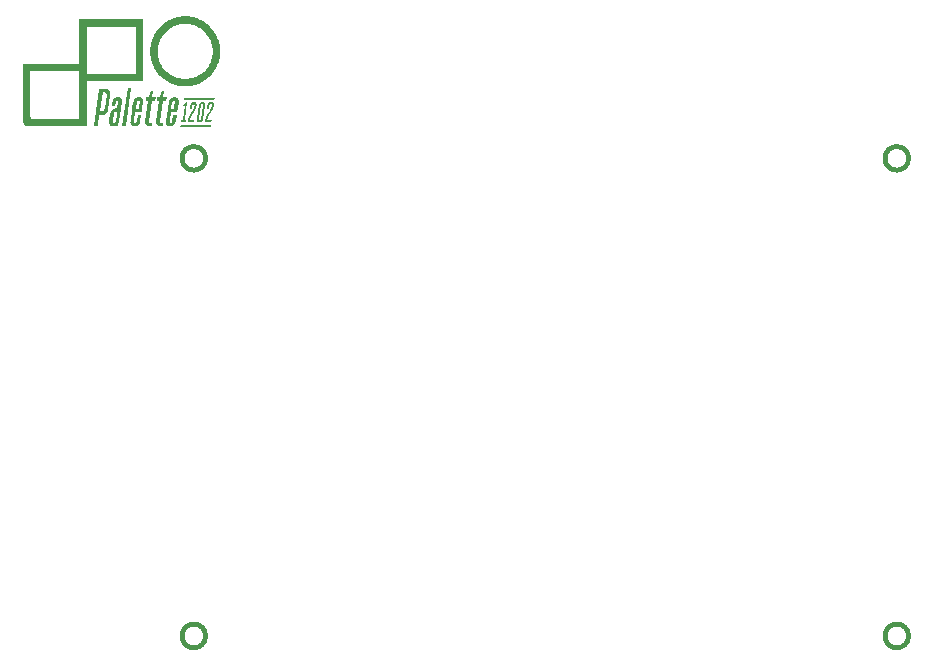
<source format=gto>
G04 #@! TF.GenerationSoftware,KiCad,Pcbnew,(5.1.4-0-10_14)*
G04 #@! TF.CreationDate,2019-11-24T20:30:42+09:00*
G04 #@! TF.ProjectId,palette1202-COM_front,70616c65-7474-4653-9132-30322d434f4d,rev?*
G04 #@! TF.SameCoordinates,Original*
G04 #@! TF.FileFunction,Legend,Top*
G04 #@! TF.FilePolarity,Positive*
%FSLAX46Y46*%
G04 Gerber Fmt 4.6, Leading zero omitted, Abs format (unit mm)*
G04 Created by KiCad (PCBNEW (5.1.4-0-10_14)) date 2019-11-24 20:30:42*
%MOMM*%
%LPD*%
G04 APERTURE LIST*
%ADD10C,0.100000*%
%ADD11C,0.400000*%
G04 APERTURE END LIST*
D10*
G36*
X101458777Y-65817625D02*
G01*
X101481797Y-65818839D01*
X101503972Y-65820866D01*
X101525314Y-65823712D01*
X101545834Y-65827379D01*
X101565544Y-65831872D01*
X101584456Y-65837194D01*
X101602581Y-65843349D01*
X101619930Y-65850342D01*
X101636516Y-65858175D01*
X101652351Y-65866854D01*
X101667445Y-65876381D01*
X101681810Y-65886761D01*
X101695458Y-65897997D01*
X101708401Y-65910094D01*
X101720650Y-65923055D01*
X101732030Y-65936356D01*
X101742360Y-65950459D01*
X101751643Y-65965361D01*
X101759884Y-65981057D01*
X101767086Y-65997544D01*
X101773253Y-66014817D01*
X101778389Y-66032874D01*
X101782497Y-66051709D01*
X101785583Y-66071320D01*
X101787650Y-66091701D01*
X101788700Y-66112851D01*
X101788740Y-66134763D01*
X101787771Y-66157436D01*
X101785799Y-66180864D01*
X101782827Y-66205044D01*
X101778859Y-66229971D01*
X101707421Y-66700930D01*
X101705850Y-66700916D01*
X101649212Y-67081931D01*
X101125338Y-67081931D01*
X101016859Y-67833347D01*
X101015750Y-67843114D01*
X101014905Y-67852570D01*
X101014324Y-67861717D01*
X101014006Y-67870554D01*
X101013952Y-67879080D01*
X101014161Y-67887297D01*
X101014634Y-67895203D01*
X101015371Y-67902800D01*
X101016371Y-67910086D01*
X101017634Y-67917062D01*
X101019161Y-67923729D01*
X101020952Y-67930085D01*
X101023006Y-67936131D01*
X101025324Y-67941867D01*
X101027905Y-67947293D01*
X101030750Y-67952409D01*
X101033858Y-67957215D01*
X101037230Y-67961711D01*
X101040865Y-67965897D01*
X101044764Y-67969772D01*
X101048927Y-67973338D01*
X101053353Y-67976594D01*
X101058043Y-67979539D01*
X101062996Y-67982175D01*
X101068212Y-67984500D01*
X101073693Y-67986515D01*
X101079437Y-67988221D01*
X101085444Y-67989616D01*
X101091715Y-67990701D01*
X101098249Y-67991476D01*
X101105047Y-67991941D01*
X101112109Y-67992096D01*
X101119202Y-67991941D01*
X101126094Y-67991476D01*
X101132787Y-67990701D01*
X101139281Y-67989616D01*
X101145577Y-67988221D01*
X101151677Y-67986516D01*
X101157581Y-67984500D01*
X101163290Y-67982175D01*
X101168805Y-67979539D01*
X101174128Y-67976594D01*
X101179258Y-67973338D01*
X101184198Y-67969773D01*
X101188948Y-67965897D01*
X101193509Y-67961711D01*
X101197882Y-67957215D01*
X101202068Y-67952409D01*
X101206068Y-67947293D01*
X101209882Y-67941867D01*
X101216961Y-67930085D01*
X101223310Y-67917063D01*
X101228939Y-67902800D01*
X101233855Y-67887297D01*
X101238065Y-67870554D01*
X101241578Y-67852571D01*
X101244401Y-67833347D01*
X101321129Y-67309473D01*
X101617463Y-67309473D01*
X101540734Y-67833347D01*
X101536423Y-67860724D01*
X101531421Y-67887292D01*
X101525723Y-67913045D01*
X101519319Y-67937981D01*
X101512201Y-67962095D01*
X101504363Y-67985384D01*
X101495797Y-68007843D01*
X101486494Y-68029469D01*
X101476446Y-68050258D01*
X101465647Y-68070206D01*
X101454089Y-68089309D01*
X101441763Y-68107563D01*
X101428661Y-68124964D01*
X101414777Y-68141509D01*
X101400102Y-68157194D01*
X101384629Y-68172014D01*
X101368506Y-68185966D01*
X101351887Y-68199045D01*
X101334772Y-68211249D01*
X101317161Y-68222573D01*
X101299053Y-68233014D01*
X101280450Y-68242567D01*
X101261350Y-68251228D01*
X101241754Y-68258995D01*
X101221663Y-68265862D01*
X101201075Y-68271826D01*
X101179991Y-68276883D01*
X101158411Y-68281030D01*
X101136334Y-68284261D01*
X101113762Y-68286575D01*
X101090694Y-68287965D01*
X101067130Y-68288430D01*
X101043253Y-68287996D01*
X101020233Y-68286693D01*
X100998058Y-68284523D01*
X100976716Y-68281484D01*
X100956196Y-68277578D01*
X100936486Y-68272803D01*
X100917575Y-68267160D01*
X100899450Y-68260649D01*
X100882100Y-68253269D01*
X100865514Y-68245022D01*
X100849680Y-68235906D01*
X100834586Y-68225922D01*
X100820220Y-68215070D01*
X100806572Y-68203350D01*
X100793629Y-68190761D01*
X100781379Y-68177305D01*
X100770435Y-68163012D01*
X100760425Y-68147916D01*
X100751352Y-68132023D01*
X100743221Y-68115334D01*
X100736036Y-68097855D01*
X100729801Y-68079590D01*
X100724519Y-68060541D01*
X100720194Y-68040714D01*
X100716831Y-68020111D01*
X100714432Y-67998737D01*
X100713003Y-67976595D01*
X100712546Y-67953691D01*
X100713066Y-67930026D01*
X100714567Y-67905606D01*
X100717052Y-67880434D01*
X100720525Y-67854514D01*
X100877899Y-66782951D01*
X101167672Y-66782951D01*
X101395213Y-66782951D01*
X101411090Y-66679763D01*
X101414015Y-66679867D01*
X101482525Y-66248493D01*
X101484325Y-66239718D01*
X101485755Y-66231253D01*
X101486822Y-66223099D01*
X101487528Y-66215254D01*
X101487878Y-66207720D01*
X101487875Y-66200495D01*
X101487523Y-66193581D01*
X101486826Y-66186977D01*
X101485788Y-66180683D01*
X101484413Y-66174699D01*
X101482704Y-66169025D01*
X101480666Y-66163661D01*
X101478303Y-66158607D01*
X101475618Y-66153863D01*
X101472615Y-66149429D01*
X101469298Y-66145305D01*
X101465762Y-66141461D01*
X101462094Y-66137864D01*
X101458286Y-66134515D01*
X101454332Y-66131415D01*
X101450222Y-66128562D01*
X101445950Y-66125958D01*
X101441507Y-66123602D01*
X101436886Y-66121493D01*
X101432078Y-66119633D01*
X101427077Y-66118020D01*
X101421875Y-66116656D01*
X101416463Y-66115540D01*
X101410834Y-66114672D01*
X101404980Y-66114052D01*
X101398894Y-66113679D01*
X101392567Y-66113555D01*
X101385707Y-66113687D01*
X101379017Y-66114083D01*
X101372497Y-66114741D01*
X101366146Y-66115664D01*
X101359963Y-66116850D01*
X101353948Y-66118299D01*
X101348101Y-66120012D01*
X101342421Y-66121989D01*
X101336908Y-66124229D01*
X101331561Y-66126733D01*
X101326379Y-66129500D01*
X101321363Y-66132531D01*
X101316512Y-66135825D01*
X101311824Y-66139383D01*
X101307301Y-66143205D01*
X101302940Y-66147290D01*
X101298743Y-66151638D01*
X101294708Y-66156250D01*
X101290834Y-66161126D01*
X101287122Y-66166265D01*
X101283571Y-66171668D01*
X101280180Y-66177334D01*
X101273877Y-66189458D01*
X101268210Y-66202635D01*
X101263175Y-66216867D01*
X101258768Y-66232153D01*
X101254984Y-66248493D01*
X101167672Y-66782951D01*
X100877899Y-66782951D01*
X100956004Y-66251138D01*
X100960810Y-66224782D01*
X100966303Y-66199286D01*
X100972486Y-66174643D01*
X100979362Y-66150844D01*
X100986936Y-66127883D01*
X100995211Y-66105751D01*
X101004192Y-66084441D01*
X101013882Y-66063945D01*
X101024285Y-66044255D01*
X101035405Y-66025363D01*
X101047246Y-66007262D01*
X101059812Y-65989944D01*
X101073106Y-65973401D01*
X101087133Y-65957626D01*
X101101896Y-65942610D01*
X101117400Y-65928346D01*
X101133523Y-65914890D01*
X101150142Y-65902301D01*
X101167257Y-65890581D01*
X101184869Y-65879729D01*
X101202976Y-65869745D01*
X101221580Y-65860629D01*
X101240679Y-65852382D01*
X101260275Y-65845002D01*
X101280367Y-65838491D01*
X101300955Y-65832848D01*
X101322039Y-65828073D01*
X101343619Y-65824167D01*
X101365695Y-65821128D01*
X101388268Y-65818958D01*
X101411336Y-65817655D01*
X101434901Y-65817221D01*
X101458777Y-65817625D01*
G37*
G36*
X102497664Y-58965727D02*
G01*
X102648244Y-58977182D01*
X102796624Y-58996046D01*
X102942618Y-59022132D01*
X103086041Y-59055252D01*
X103226706Y-59095219D01*
X103364429Y-59141847D01*
X103499023Y-59194948D01*
X103630304Y-59254336D01*
X103758086Y-59319823D01*
X103882182Y-59391223D01*
X104002409Y-59468347D01*
X104118579Y-59551011D01*
X104230508Y-59639026D01*
X104338010Y-59732205D01*
X104440899Y-59830362D01*
X104538990Y-59933309D01*
X104632097Y-60040859D01*
X104720035Y-60152826D01*
X104802618Y-60269022D01*
X104879661Y-60389261D01*
X104950978Y-60513355D01*
X105016384Y-60641117D01*
X105075692Y-60772361D01*
X105128718Y-60906899D01*
X105175276Y-61044544D01*
X105215180Y-61185110D01*
X105248245Y-61328410D01*
X105274285Y-61474255D01*
X105293115Y-61622460D01*
X105304549Y-61772837D01*
X105308402Y-61925200D01*
X105304542Y-62077795D01*
X105293086Y-62228376D01*
X105274222Y-62376756D01*
X105248137Y-62522750D01*
X105215017Y-62666173D01*
X105175049Y-62806838D01*
X105128421Y-62944561D01*
X105075320Y-63079155D01*
X105015933Y-63210436D01*
X104950445Y-63338218D01*
X104879046Y-63462314D01*
X104801921Y-63582541D01*
X104719257Y-63698711D01*
X104631243Y-63810640D01*
X104538063Y-63918141D01*
X104439907Y-64021031D01*
X104336960Y-64119122D01*
X104229409Y-64212229D01*
X104117442Y-64300167D01*
X104001246Y-64382750D01*
X103881007Y-64459793D01*
X103756913Y-64531110D01*
X103629151Y-64596515D01*
X103497907Y-64655824D01*
X103363369Y-64708850D01*
X103225724Y-64755408D01*
X103085158Y-64795312D01*
X102941859Y-64828377D01*
X102796013Y-64854417D01*
X102647808Y-64873247D01*
X102497431Y-64884681D01*
X102345069Y-64888533D01*
X102345069Y-64253533D01*
X102464649Y-64250496D01*
X102582687Y-64241483D01*
X102699033Y-64226641D01*
X102813541Y-64206120D01*
X102926063Y-64180066D01*
X103036451Y-64148627D01*
X103144557Y-64111950D01*
X103250233Y-64070185D01*
X103353332Y-64023478D01*
X103453706Y-63971977D01*
X103551207Y-63915830D01*
X103645688Y-63855185D01*
X103737000Y-63790190D01*
X103824995Y-63720991D01*
X103909527Y-63647738D01*
X103990447Y-63570577D01*
X104067608Y-63489657D01*
X104140861Y-63405126D01*
X104210060Y-63317130D01*
X104275055Y-63225818D01*
X104335700Y-63131338D01*
X104391847Y-63033837D01*
X104443348Y-62933463D01*
X104490055Y-62830364D01*
X104531821Y-62724688D01*
X104568497Y-62616582D01*
X104599936Y-62506194D01*
X104625990Y-62393673D01*
X104646512Y-62279165D01*
X104661353Y-62162818D01*
X104670366Y-62044780D01*
X104673403Y-61925200D01*
X104670366Y-61805620D01*
X104661353Y-61687582D01*
X104646512Y-61571236D01*
X104625990Y-61456727D01*
X104599936Y-61344206D01*
X104568497Y-61233818D01*
X104531821Y-61125712D01*
X104490055Y-61020036D01*
X104443348Y-60916937D01*
X104391847Y-60816563D01*
X104335700Y-60719062D01*
X104275055Y-60624582D01*
X104210059Y-60533270D01*
X104140861Y-60445275D01*
X104067607Y-60360743D01*
X103990446Y-60279823D01*
X103909526Y-60202662D01*
X103824994Y-60129409D01*
X103736999Y-60060210D01*
X103645687Y-59995215D01*
X103551206Y-59934570D01*
X103453705Y-59878423D01*
X103353332Y-59826922D01*
X103250233Y-59780215D01*
X103144556Y-59738450D01*
X103036450Y-59701773D01*
X102926063Y-59670334D01*
X102813541Y-59644280D01*
X102699033Y-59623759D01*
X102582686Y-59608917D01*
X102464649Y-59599904D01*
X102345069Y-59596867D01*
X102225488Y-59599904D01*
X102107451Y-59608917D01*
X101991104Y-59623759D01*
X101876596Y-59644280D01*
X101764074Y-59670334D01*
X101653686Y-59701773D01*
X101545581Y-59738450D01*
X101439904Y-59780215D01*
X101336805Y-59826922D01*
X101236432Y-59878423D01*
X101138931Y-59934570D01*
X101044451Y-59995215D01*
X100953139Y-60060210D01*
X100865143Y-60129409D01*
X100780611Y-60202662D01*
X100699691Y-60279823D01*
X100622531Y-60360743D01*
X100549277Y-60445274D01*
X100480079Y-60533270D01*
X100415083Y-60624582D01*
X100354438Y-60719062D01*
X100298291Y-60816563D01*
X100246791Y-60916937D01*
X100200084Y-61020036D01*
X100158318Y-61125712D01*
X100121642Y-61233818D01*
X100090203Y-61344205D01*
X100064149Y-61456727D01*
X100043627Y-61571235D01*
X100028786Y-61687582D01*
X100019773Y-61805620D01*
X100016736Y-61925200D01*
X99381735Y-61925200D01*
X99385595Y-61772605D01*
X99397051Y-61622024D01*
X99415915Y-61473644D01*
X99442000Y-61327650D01*
X99475120Y-61184227D01*
X99515088Y-61043562D01*
X99561716Y-60905839D01*
X99614817Y-60771245D01*
X99674204Y-60639964D01*
X99739692Y-60512182D01*
X99811091Y-60388086D01*
X99888216Y-60267859D01*
X99970879Y-60151689D01*
X100058894Y-60039760D01*
X100152073Y-59932259D01*
X100250230Y-59829369D01*
X100353177Y-59731278D01*
X100460728Y-59638171D01*
X100572694Y-59550233D01*
X100688891Y-59467650D01*
X100809129Y-59390607D01*
X100933223Y-59319290D01*
X101060986Y-59253885D01*
X101192229Y-59194576D01*
X101326767Y-59141550D01*
X101464413Y-59094992D01*
X101604979Y-59055088D01*
X101748278Y-59022023D01*
X101894124Y-58995983D01*
X102042329Y-58977153D01*
X102192706Y-58965719D01*
X102345069Y-58961867D01*
X102497664Y-58965727D01*
G37*
G36*
X94000110Y-64483721D02*
G01*
X94000110Y-68293721D01*
X89102672Y-68293721D01*
X89076540Y-68293059D01*
X89050749Y-68291097D01*
X89025333Y-68287865D01*
X89000322Y-68283396D01*
X88975750Y-68277721D01*
X88951647Y-68270873D01*
X88928046Y-68262884D01*
X88904979Y-68253785D01*
X88882478Y-68243609D01*
X88860575Y-68232387D01*
X88839301Y-68220152D01*
X88818690Y-68206936D01*
X88798772Y-68192769D01*
X88779580Y-68177685D01*
X88761145Y-68161716D01*
X88743501Y-68144893D01*
X88726678Y-68127248D01*
X88710708Y-68108814D01*
X88695624Y-68089622D01*
X88681458Y-68069704D01*
X88668241Y-68049092D01*
X88656006Y-68027819D01*
X88644784Y-68005916D01*
X88634608Y-67983415D01*
X88625509Y-67960348D01*
X88617520Y-67936747D01*
X88610672Y-67912644D01*
X88604997Y-67888072D01*
X88600528Y-67863061D01*
X88597296Y-67837645D01*
X88595334Y-67811854D01*
X88594673Y-67785721D01*
X88594673Y-63623826D01*
X89229673Y-63623826D01*
X89229673Y-67431180D01*
X89229965Y-67442773D01*
X89230833Y-67454228D01*
X89232262Y-67465529D01*
X89234241Y-67476660D01*
X89236754Y-67487607D01*
X89239788Y-67498356D01*
X89243330Y-67508890D01*
X89247367Y-67519195D01*
X89251883Y-67529256D01*
X89256867Y-67539057D01*
X89262305Y-67548585D01*
X89268182Y-67557823D01*
X89274485Y-67566757D01*
X89281202Y-67575372D01*
X89288317Y-67583652D01*
X89295819Y-67591583D01*
X89303692Y-67599150D01*
X89311924Y-67606338D01*
X89320500Y-67613131D01*
X89329408Y-67619515D01*
X89338634Y-67625474D01*
X89348164Y-67630994D01*
X89357985Y-67636059D01*
X89368083Y-67640655D01*
X89378444Y-67644767D01*
X89389056Y-67648379D01*
X89399904Y-67651477D01*
X89410974Y-67654045D01*
X89422254Y-67656068D01*
X89433730Y-67657532D01*
X89445388Y-67658422D01*
X89457214Y-67658721D01*
X93367756Y-67658721D01*
X93367756Y-63623826D01*
X89229673Y-63623826D01*
X88594673Y-63623826D01*
X88594673Y-62988825D01*
X93365110Y-62988825D01*
X93365110Y-59845575D01*
X93997464Y-59845575D01*
X93997464Y-63843429D01*
X98135547Y-63843429D01*
X98135547Y-59845575D01*
X93997464Y-59845575D01*
X93365110Y-59845575D01*
X93365110Y-59213222D01*
X98770547Y-59213222D01*
X98770547Y-64483721D01*
X94000110Y-64483721D01*
G37*
G36*
X104818923Y-66015659D02*
G01*
X102249817Y-66015659D01*
X102273631Y-65846325D01*
X104840088Y-65846325D01*
X104818923Y-66015659D01*
G37*
G36*
X104496131Y-68296367D02*
G01*
X101927025Y-68296367D01*
X101950839Y-68129679D01*
X104517296Y-68129679D01*
X104496131Y-68296367D01*
G37*
G36*
X104547837Y-66230250D02*
G01*
X104562069Y-66231092D01*
X104575867Y-66232499D01*
X104589230Y-66234477D01*
X104602160Y-66237028D01*
X104614655Y-66240156D01*
X104626716Y-66243866D01*
X104638343Y-66248161D01*
X104649537Y-66253045D01*
X104660296Y-66258522D01*
X104670621Y-66264596D01*
X104680511Y-66271271D01*
X104689968Y-66278550D01*
X104698991Y-66286438D01*
X104707580Y-66294938D01*
X104715735Y-66304054D01*
X104723332Y-66313666D01*
X104730250Y-66323655D01*
X104736495Y-66334023D01*
X104742068Y-66344775D01*
X104746976Y-66355915D01*
X104751220Y-66367446D01*
X104754806Y-66379372D01*
X104757736Y-66391697D01*
X104760016Y-66404426D01*
X104761648Y-66417561D01*
X104762637Y-66431108D01*
X104762986Y-66445069D01*
X104762700Y-66459449D01*
X104761782Y-66474251D01*
X104760237Y-66489479D01*
X104758067Y-66505138D01*
X104751860Y-66541348D01*
X104745127Y-66576534D01*
X104737836Y-66610666D01*
X104729955Y-66643713D01*
X104721455Y-66675644D01*
X104712303Y-66706428D01*
X104702469Y-66736033D01*
X104691922Y-66764430D01*
X104680878Y-66792831D01*
X104669556Y-66820488D01*
X104657923Y-66847401D01*
X104645950Y-66873570D01*
X104633604Y-66898994D01*
X104620855Y-66923675D01*
X104607673Y-66947611D01*
X104594025Y-66970804D01*
X104580129Y-66994373D01*
X104566202Y-67017478D01*
X104552213Y-67040148D01*
X104538132Y-67062416D01*
X104523926Y-67084311D01*
X104509565Y-67105865D01*
X104495018Y-67127109D01*
X104480254Y-67148075D01*
X104465490Y-67169034D01*
X104450943Y-67190242D01*
X104436582Y-67211698D01*
X104422376Y-67233402D01*
X104394305Y-67277555D01*
X104366482Y-67322699D01*
X104340810Y-67368918D01*
X104328206Y-67392555D01*
X104315881Y-67416626D01*
X104303928Y-67441193D01*
X104292441Y-67466319D01*
X104281511Y-67492064D01*
X104271233Y-67518491D01*
X104260691Y-67545658D01*
X104250893Y-67573599D01*
X104241839Y-67602347D01*
X104233530Y-67631931D01*
X104225964Y-67662384D01*
X104219143Y-67693736D01*
X104213066Y-67726018D01*
X104207734Y-67759262D01*
X104570214Y-67759262D01*
X104549046Y-67928595D01*
X104017233Y-67925950D01*
X104038399Y-67759262D01*
X104044606Y-67722179D01*
X104051339Y-67686336D01*
X104058631Y-67651734D01*
X104066512Y-67618371D01*
X104075013Y-67586249D01*
X104084165Y-67555367D01*
X104093999Y-67525726D01*
X104104546Y-67497325D01*
X104115589Y-67469791D01*
X104126912Y-67442754D01*
X104138544Y-67416213D01*
X104150518Y-67390168D01*
X104162863Y-67364619D01*
X104175612Y-67339566D01*
X104188795Y-67315010D01*
X104202443Y-67290949D01*
X104216338Y-67267380D01*
X104230265Y-67244275D01*
X104244254Y-67221605D01*
X104258336Y-67199338D01*
X104272542Y-67177442D01*
X104286903Y-67155888D01*
X104301450Y-67134644D01*
X104316214Y-67113679D01*
X104330978Y-67092719D01*
X104345524Y-67071511D01*
X104359885Y-67050055D01*
X104374091Y-67028351D01*
X104402162Y-66984198D01*
X104429984Y-66939054D01*
X104455656Y-66892876D01*
X104468260Y-66869337D01*
X104480585Y-66845458D01*
X104492538Y-66821206D01*
X104504026Y-66796551D01*
X104514956Y-66771462D01*
X104525235Y-66745908D01*
X104535777Y-66719502D01*
X104545575Y-66691917D01*
X104554629Y-66663216D01*
X104562938Y-66633461D01*
X104570504Y-66602713D01*
X104577325Y-66571036D01*
X104583402Y-66538490D01*
X104588734Y-66505138D01*
X104590255Y-66492177D01*
X104590669Y-66486021D01*
X104590853Y-66480080D01*
X104590809Y-66474354D01*
X104590537Y-66468843D01*
X104590038Y-66463547D01*
X104589313Y-66458464D01*
X104588364Y-66453594D01*
X104587191Y-66448936D01*
X104585795Y-66444491D01*
X104584177Y-66440258D01*
X104582338Y-66436236D01*
X104580279Y-66432424D01*
X104578001Y-66428823D01*
X104575506Y-66425432D01*
X104572793Y-66422250D01*
X104569864Y-66419276D01*
X104566720Y-66416511D01*
X104563362Y-66413954D01*
X104559790Y-66411605D01*
X104556007Y-66409462D01*
X104552012Y-66407525D01*
X104547807Y-66405795D01*
X104543393Y-66404269D01*
X104538770Y-66402949D01*
X104533940Y-66401833D01*
X104528904Y-66400921D01*
X104523662Y-66400213D01*
X104518216Y-66399708D01*
X104506714Y-66399304D01*
X104500839Y-66399405D01*
X104495118Y-66399708D01*
X104489553Y-66400213D01*
X104484142Y-66400921D01*
X104478887Y-66401833D01*
X104473786Y-66402949D01*
X104468841Y-66404269D01*
X104464051Y-66405795D01*
X104459415Y-66407525D01*
X104454935Y-66409462D01*
X104450609Y-66411605D01*
X104446439Y-66413954D01*
X104442424Y-66416511D01*
X104438564Y-66419276D01*
X104434858Y-66422250D01*
X104431308Y-66425432D01*
X104427913Y-66428823D01*
X104424673Y-66432424D01*
X104421588Y-66436236D01*
X104418658Y-66440258D01*
X104415882Y-66444491D01*
X104413262Y-66448936D01*
X104410797Y-66453594D01*
X104408487Y-66458464D01*
X104406332Y-66463547D01*
X104404332Y-66468843D01*
X104402488Y-66474354D01*
X104400798Y-66480080D01*
X104399263Y-66486021D01*
X104397883Y-66492177D01*
X104395588Y-66505138D01*
X104353255Y-66788242D01*
X104183922Y-66788242D01*
X104226256Y-66502492D01*
X104228985Y-66486833D01*
X104232209Y-66471609D01*
X104235930Y-66456820D01*
X104240147Y-66442464D01*
X104244860Y-66428542D01*
X104250068Y-66415055D01*
X104255774Y-66402001D01*
X104261975Y-66389382D01*
X104268672Y-66377196D01*
X104275865Y-66365445D01*
X104283555Y-66354128D01*
X104291740Y-66343245D01*
X104300422Y-66332796D01*
X104309600Y-66322781D01*
X104319274Y-66313200D01*
X104329444Y-66304054D01*
X104340016Y-66294938D01*
X104350895Y-66286438D01*
X104362075Y-66278550D01*
X104373555Y-66271271D01*
X104385328Y-66264596D01*
X104397393Y-66258522D01*
X104409744Y-66253045D01*
X104422378Y-66248161D01*
X104435291Y-66243866D01*
X104448480Y-66240156D01*
X104461939Y-66237028D01*
X104475666Y-66234477D01*
X104489657Y-66232499D01*
X104503907Y-66231092D01*
X104518413Y-66230250D01*
X104533171Y-66229970D01*
X104547837Y-66230250D01*
G37*
G36*
X103820233Y-66228070D02*
G01*
X103834465Y-66229314D01*
X103848263Y-66231063D01*
X103861626Y-66233319D01*
X103874556Y-66236087D01*
X103887051Y-66239371D01*
X103899112Y-66243174D01*
X103910740Y-66247500D01*
X103921933Y-66252353D01*
X103932692Y-66257737D01*
X103943017Y-66263656D01*
X103952908Y-66270113D01*
X103962364Y-66277113D01*
X103971387Y-66284660D01*
X103979976Y-66292757D01*
X103988131Y-66301408D01*
X103995758Y-66310555D01*
X104002760Y-66320131D01*
X104009135Y-66330134D01*
X104014878Y-66340559D01*
X104019986Y-66351402D01*
X104024454Y-66362661D01*
X104028279Y-66374330D01*
X104031456Y-66386406D01*
X104033983Y-66398885D01*
X104035854Y-66411764D01*
X104037066Y-66425038D01*
X104037616Y-66438703D01*
X104037499Y-66452756D01*
X104036712Y-66467192D01*
X104035250Y-66482008D01*
X104033110Y-66497201D01*
X103927275Y-67206284D01*
X103925287Y-67206129D01*
X103858485Y-67661368D01*
X103855727Y-67676560D01*
X103852418Y-67691376D01*
X103848567Y-67705813D01*
X103844181Y-67719866D01*
X103839268Y-67733531D01*
X103833835Y-67746805D01*
X103827891Y-67759683D01*
X103821443Y-67772162D01*
X103814499Y-67784238D01*
X103807067Y-67795907D01*
X103799154Y-67807166D01*
X103790768Y-67818009D01*
X103781918Y-67828434D01*
X103772609Y-67838437D01*
X103762851Y-67848013D01*
X103752652Y-67857159D01*
X103742079Y-67865810D01*
X103731201Y-67873903D01*
X103720020Y-67881437D01*
X103708541Y-67888413D01*
X103696767Y-67894832D01*
X103684703Y-67900692D01*
X103672351Y-67905994D01*
X103659717Y-67910738D01*
X103646804Y-67914923D01*
X103633616Y-67918551D01*
X103620156Y-67921621D01*
X103606429Y-67924132D01*
X103592438Y-67926086D01*
X103578188Y-67927481D01*
X103563682Y-67928318D01*
X103548924Y-67928597D01*
X103534258Y-67927852D01*
X103520026Y-67926608D01*
X103506228Y-67924859D01*
X103492865Y-67922603D01*
X103479935Y-67919835D01*
X103467440Y-67916552D01*
X103455378Y-67912749D01*
X103443751Y-67908423D01*
X103432558Y-67903570D01*
X103421799Y-67898186D01*
X103411474Y-67892267D01*
X103401583Y-67885810D01*
X103392126Y-67878809D01*
X103383104Y-67871263D01*
X103374515Y-67863166D01*
X103366360Y-67854515D01*
X103358763Y-67845368D01*
X103351844Y-67835792D01*
X103345600Y-67825789D01*
X103340026Y-67815364D01*
X103335118Y-67804521D01*
X103330873Y-67793262D01*
X103327287Y-67781593D01*
X103324357Y-67769517D01*
X103322077Y-67757038D01*
X103320445Y-67744159D01*
X103319456Y-67730885D01*
X103319106Y-67717220D01*
X103319392Y-67703167D01*
X103320311Y-67688731D01*
X103320694Y-67685057D01*
X103489632Y-67685057D01*
X103489732Y-67690638D01*
X103490094Y-67695971D01*
X103490713Y-67701056D01*
X103491580Y-67705893D01*
X103492687Y-67710482D01*
X103494027Y-67714823D01*
X103495591Y-67718915D01*
X103497373Y-67722760D01*
X103499364Y-67726357D01*
X103501557Y-67729705D01*
X103503943Y-67732806D01*
X103506983Y-67736155D01*
X103510155Y-67739260D01*
X103513466Y-67742125D01*
X103516925Y-67744754D01*
X103520538Y-67747150D01*
X103524314Y-67749317D01*
X103528261Y-67751259D01*
X103532386Y-67752981D01*
X103536697Y-67754485D01*
X103541202Y-67755776D01*
X103545908Y-67756858D01*
X103550824Y-67757735D01*
X103555957Y-67758410D01*
X103561314Y-67758887D01*
X103566905Y-67759171D01*
X103572735Y-67759265D01*
X103584361Y-67758861D01*
X103589962Y-67758358D01*
X103595421Y-67757652D01*
X103600737Y-67756745D01*
X103605908Y-67755637D01*
X103610933Y-67754327D01*
X103615813Y-67752815D01*
X103620545Y-67751102D01*
X103625129Y-67749188D01*
X103629563Y-67747071D01*
X103633848Y-67744754D01*
X103637981Y-67742234D01*
X103641962Y-67739514D01*
X103645790Y-67736591D01*
X103649464Y-67733467D01*
X103652983Y-67730142D01*
X103656346Y-67726615D01*
X103659552Y-67722887D01*
X103662600Y-67718957D01*
X103665489Y-67714825D01*
X103668219Y-67710492D01*
X103670787Y-67705958D01*
X103673194Y-67701221D01*
X103675438Y-67696284D01*
X103677518Y-67691144D01*
X103679433Y-67685804D01*
X103681183Y-67680261D01*
X103682766Y-67674518D01*
X103684181Y-67668572D01*
X103686505Y-67656077D01*
X103760588Y-67171889D01*
X103761093Y-67171897D01*
X103861130Y-66499848D01*
X103862006Y-66493500D01*
X103862651Y-66487353D01*
X103863065Y-66481407D01*
X103863249Y-66475663D01*
X103863205Y-66470121D01*
X103862933Y-66464780D01*
X103862434Y-66459641D01*
X103861709Y-66454704D01*
X103860760Y-66449967D01*
X103859587Y-66445433D01*
X103858191Y-66441100D01*
X103856573Y-66436968D01*
X103854734Y-66433038D01*
X103852675Y-66429310D01*
X103850397Y-66425783D01*
X103847902Y-66422457D01*
X103845189Y-66419334D01*
X103842260Y-66416411D01*
X103839116Y-66413690D01*
X103835758Y-66411171D01*
X103832187Y-66408854D01*
X103828403Y-66406737D01*
X103824408Y-66404823D01*
X103820203Y-66403110D01*
X103815789Y-66401598D01*
X103811166Y-66400288D01*
X103806337Y-66399180D01*
X103801300Y-66398273D01*
X103796058Y-66397567D01*
X103790612Y-66397063D01*
X103784963Y-66396761D01*
X103779111Y-66396660D01*
X103773235Y-66396761D01*
X103767514Y-66397063D01*
X103761949Y-66397567D01*
X103756538Y-66398273D01*
X103751283Y-66399180D01*
X103746182Y-66400288D01*
X103741237Y-66401598D01*
X103736447Y-66403110D01*
X103731811Y-66404823D01*
X103727331Y-66406737D01*
X103723006Y-66408854D01*
X103718835Y-66411171D01*
X103714820Y-66413690D01*
X103710960Y-66416411D01*
X103707254Y-66419334D01*
X103703704Y-66422457D01*
X103700309Y-66425783D01*
X103697069Y-66429310D01*
X103693984Y-66433038D01*
X103691054Y-66436968D01*
X103688279Y-66441100D01*
X103685658Y-66445433D01*
X103683193Y-66449967D01*
X103680883Y-66454704D01*
X103678729Y-66459641D01*
X103676729Y-66464780D01*
X103674884Y-66470121D01*
X103673194Y-66475663D01*
X103670279Y-66487353D01*
X103667985Y-66499848D01*
X103493359Y-67653431D01*
X103492025Y-67660253D01*
X103490993Y-67666826D01*
X103490255Y-67673151D01*
X103489804Y-67679228D01*
X103489632Y-67685057D01*
X103320694Y-67685057D01*
X103321857Y-67673915D01*
X103324027Y-67658722D01*
X103498652Y-66494555D01*
X103501381Y-66479363D01*
X103504605Y-66464547D01*
X103508326Y-66450110D01*
X103512543Y-66436057D01*
X103517256Y-66422392D01*
X103522465Y-66409118D01*
X103528170Y-66396240D01*
X103534371Y-66383761D01*
X103541068Y-66371685D01*
X103548261Y-66360015D01*
X103555951Y-66348757D01*
X103564136Y-66337913D01*
X103572818Y-66327488D01*
X103581996Y-66317485D01*
X103591670Y-66307909D01*
X103601840Y-66298763D01*
X103612848Y-66290112D01*
X103624050Y-66282020D01*
X103635453Y-66274485D01*
X103647066Y-66267509D01*
X103658896Y-66261091D01*
X103670950Y-66255231D01*
X103683237Y-66249929D01*
X103695765Y-66245185D01*
X103708540Y-66240999D01*
X103721572Y-66237371D01*
X103734867Y-66234301D01*
X103748433Y-66231790D01*
X103762279Y-66229837D01*
X103776411Y-66228441D01*
X103790838Y-66227604D01*
X103805567Y-66227325D01*
X103820233Y-66228070D01*
G37*
G36*
X103095275Y-66224958D02*
G01*
X103109507Y-66225800D01*
X103123305Y-66227208D01*
X103136668Y-66229185D01*
X103149598Y-66231736D01*
X103162093Y-66234864D01*
X103174155Y-66238574D01*
X103185782Y-66242869D01*
X103196975Y-66247753D01*
X103207734Y-66253230D01*
X103218059Y-66259304D01*
X103227950Y-66265979D01*
X103237407Y-66273258D01*
X103246429Y-66281146D01*
X103255018Y-66289646D01*
X103263173Y-66298762D01*
X103270770Y-66308375D01*
X103277688Y-66318363D01*
X103283932Y-66328732D01*
X103289506Y-66339484D01*
X103294414Y-66350623D01*
X103298658Y-66362154D01*
X103302244Y-66374081D01*
X103305175Y-66386406D01*
X103307454Y-66399135D01*
X103309087Y-66412270D01*
X103310076Y-66425817D01*
X103310425Y-66439778D01*
X103310139Y-66454157D01*
X103309221Y-66468959D01*
X103307675Y-66484187D01*
X103305504Y-66499846D01*
X103299299Y-66536056D01*
X103292566Y-66571242D01*
X103285274Y-66605374D01*
X103277394Y-66638421D01*
X103268893Y-66670352D01*
X103259741Y-66701136D01*
X103249907Y-66730741D01*
X103239359Y-66759138D01*
X103228316Y-66787539D01*
X103216994Y-66815196D01*
X103205361Y-66842109D01*
X103193387Y-66868278D01*
X103181042Y-66893703D01*
X103168293Y-66918383D01*
X103155110Y-66942320D01*
X103141463Y-66965512D01*
X103127567Y-66989082D01*
X103113641Y-67012186D01*
X103099652Y-67034857D01*
X103085570Y-67057124D01*
X103071364Y-67079019D01*
X103057003Y-67100573D01*
X103042456Y-67121817D01*
X103027691Y-67142783D01*
X103012927Y-67163743D01*
X102998380Y-67184950D01*
X102984020Y-67206406D01*
X102969814Y-67228110D01*
X102941744Y-67272263D01*
X102913922Y-67317407D01*
X102900279Y-67340362D01*
X102887132Y-67363627D01*
X102874482Y-67387263D01*
X102862327Y-67411334D01*
X102850669Y-67435901D01*
X102839507Y-67461027D01*
X102828841Y-67486772D01*
X102818671Y-67513199D01*
X102808129Y-67540366D01*
X102798331Y-67568307D01*
X102789277Y-67597055D01*
X102780967Y-67626640D01*
X102773402Y-67657092D01*
X102766581Y-67688445D01*
X102760504Y-67720727D01*
X102755171Y-67753971D01*
X103117652Y-67753971D01*
X103096484Y-67923303D01*
X102564671Y-67920658D01*
X102585839Y-67753971D01*
X102592045Y-67716888D01*
X102598778Y-67681045D01*
X102606069Y-67646442D01*
X102613950Y-67613080D01*
X102622450Y-67580957D01*
X102631602Y-67550076D01*
X102641437Y-67520434D01*
X102651984Y-67492033D01*
X102663027Y-67464499D01*
X102674350Y-67437462D01*
X102685982Y-67410921D01*
X102697956Y-67384876D01*
X102710302Y-67359327D01*
X102723050Y-67334274D01*
X102736233Y-67309718D01*
X102749880Y-67285657D01*
X102763776Y-67262088D01*
X102777703Y-67238983D01*
X102791692Y-67216313D01*
X102805774Y-67194046D01*
X102819980Y-67172150D01*
X102834341Y-67150596D01*
X102848888Y-67129352D01*
X102863652Y-67108388D01*
X102878416Y-67087428D01*
X102892963Y-67066220D01*
X102907324Y-67044764D01*
X102921530Y-67023059D01*
X102949600Y-66978907D01*
X102977423Y-66933762D01*
X103003096Y-66887584D01*
X103015700Y-66864045D01*
X103028025Y-66840166D01*
X103039978Y-66815914D01*
X103051465Y-66791259D01*
X103062394Y-66766170D01*
X103072672Y-66740616D01*
X103083215Y-66714210D01*
X103093012Y-66686625D01*
X103102066Y-66657924D01*
X103110376Y-66628169D01*
X103117941Y-66597422D01*
X103124763Y-66565744D01*
X103130839Y-66533198D01*
X103136172Y-66499846D01*
X103137693Y-66486885D01*
X103138107Y-66480729D01*
X103138291Y-66474788D01*
X103138246Y-66469062D01*
X103137974Y-66463552D01*
X103137476Y-66458255D01*
X103136751Y-66453172D01*
X103135802Y-66448302D01*
X103134628Y-66443644D01*
X103133232Y-66439199D01*
X103131614Y-66434966D01*
X103129776Y-66430944D01*
X103127717Y-66427132D01*
X103125439Y-66423531D01*
X103122943Y-66420140D01*
X103120230Y-66416958D01*
X103117302Y-66413984D01*
X103114158Y-66411220D01*
X103110799Y-66408662D01*
X103107228Y-66406313D01*
X103103445Y-66404170D01*
X103099450Y-66402233D01*
X103095245Y-66400503D01*
X103090831Y-66398977D01*
X103086208Y-66397657D01*
X103081378Y-66396541D01*
X103076342Y-66395629D01*
X103071100Y-66394921D01*
X103065654Y-66394416D01*
X103054152Y-66394012D01*
X103048277Y-66394113D01*
X103042556Y-66394416D01*
X103036990Y-66394921D01*
X103031580Y-66395629D01*
X103026325Y-66396541D01*
X103021224Y-66397657D01*
X103016279Y-66398977D01*
X103011488Y-66400503D01*
X103006853Y-66402233D01*
X103002373Y-66404170D01*
X102998047Y-66406313D01*
X102993877Y-66408662D01*
X102989862Y-66411220D01*
X102986001Y-66413984D01*
X102982296Y-66416958D01*
X102978746Y-66420140D01*
X102975351Y-66423531D01*
X102972111Y-66427132D01*
X102969026Y-66430944D01*
X102966096Y-66434966D01*
X102963321Y-66439199D01*
X102960701Y-66443644D01*
X102958236Y-66448302D01*
X102955926Y-66453172D01*
X102953771Y-66458255D01*
X102951771Y-66463552D01*
X102949926Y-66469062D01*
X102948237Y-66474788D01*
X102946702Y-66480729D01*
X102945322Y-66486885D01*
X102943028Y-66499846D01*
X102900693Y-66782950D01*
X102731360Y-66782950D01*
X102773694Y-66497200D01*
X102776423Y-66481542D01*
X102779647Y-66466318D01*
X102783368Y-66451528D01*
X102787585Y-66437172D01*
X102792298Y-66423251D01*
X102797507Y-66409763D01*
X102803213Y-66396710D01*
X102809414Y-66384090D01*
X102816111Y-66371905D01*
X102823304Y-66360154D01*
X102830994Y-66348837D01*
X102839179Y-66337954D01*
X102847860Y-66327505D01*
X102857038Y-66317490D01*
X102866712Y-66307909D01*
X102876881Y-66298762D01*
X102887454Y-66289646D01*
X102898332Y-66281146D01*
X102909513Y-66273258D01*
X102920993Y-66265979D01*
X102932766Y-66259304D01*
X102944831Y-66253230D01*
X102957182Y-66247753D01*
X102969817Y-66242869D01*
X102982730Y-66238574D01*
X102995918Y-66234864D01*
X103009378Y-66231736D01*
X103023105Y-66229185D01*
X103037095Y-66227208D01*
X103051345Y-66225800D01*
X103065851Y-66224958D01*
X103080609Y-66224679D01*
X103095275Y-66224958D01*
G37*
G36*
X102305379Y-67748679D02*
G01*
X102437670Y-67748679D01*
X102416503Y-67918011D01*
X101982588Y-67920658D01*
X102003756Y-67751325D01*
X102136048Y-67751325D01*
X102313317Y-66528950D01*
X102300088Y-66528950D01*
X102298042Y-66530904D01*
X102295881Y-66532795D01*
X102293611Y-66534624D01*
X102291241Y-66536392D01*
X102288777Y-66538097D01*
X102286228Y-66539740D01*
X102283602Y-66541322D01*
X102280906Y-66542841D01*
X102278147Y-66544298D01*
X102275335Y-66545693D01*
X102272476Y-66547026D01*
X102269578Y-66548298D01*
X102266649Y-66549507D01*
X102263697Y-66550654D01*
X102260729Y-66551739D01*
X102257754Y-66552763D01*
X102251796Y-66554856D01*
X102245806Y-66557104D01*
X102233610Y-66561693D01*
X102227341Y-66563848D01*
X102224151Y-66564849D01*
X102220918Y-66565785D01*
X102217638Y-66566644D01*
X102214308Y-66567413D01*
X102210924Y-66568082D01*
X102207482Y-66568638D01*
X102203947Y-66569600D01*
X102200289Y-66570499D01*
X102196506Y-66571336D01*
X102192599Y-66572111D01*
X102184414Y-66573475D01*
X102175732Y-66574591D01*
X102166555Y-66575459D01*
X102156881Y-66576079D01*
X102146711Y-66576451D01*
X102136046Y-66576575D01*
X102154566Y-66454867D01*
X102164923Y-66454619D01*
X102175160Y-66453875D01*
X102185280Y-66452634D01*
X102195288Y-66450898D01*
X102205187Y-66448666D01*
X102214981Y-66445937D01*
X102224675Y-66442713D01*
X102234272Y-66438992D01*
X102243776Y-66434775D01*
X102253191Y-66430062D01*
X102262520Y-66424853D01*
X102271768Y-66419148D01*
X102280939Y-66412947D01*
X102290036Y-66406249D01*
X102299063Y-66399056D01*
X102308024Y-66391367D01*
X102316736Y-66383274D01*
X102325011Y-66374872D01*
X102332843Y-66366159D01*
X102340230Y-66357136D01*
X102347167Y-66347804D01*
X102353650Y-66338161D01*
X102359676Y-66328208D01*
X102365241Y-66317945D01*
X102370341Y-66307372D01*
X102374972Y-66296489D01*
X102379130Y-66285296D01*
X102382811Y-66273792D01*
X102386012Y-66261979D01*
X102388728Y-66249856D01*
X102390956Y-66237422D01*
X102392691Y-66224679D01*
X102524983Y-66224679D01*
X102305379Y-67748679D01*
G37*
G36*
X100466526Y-65822513D02*
G01*
X100762859Y-65822513D01*
X100723172Y-66118846D01*
X100426838Y-66118846D01*
X100191359Y-67825408D01*
X100188538Y-67844632D01*
X100187024Y-67862616D01*
X100186757Y-67871142D01*
X100186819Y-67879359D01*
X100187209Y-67887265D01*
X100187928Y-67894862D01*
X100188977Y-67902148D01*
X100190355Y-67909125D01*
X100192064Y-67915791D01*
X100194104Y-67922147D01*
X100196475Y-67928193D01*
X100199178Y-67933929D01*
X100202213Y-67939355D01*
X100205581Y-67944471D01*
X100209282Y-67949277D01*
X100213318Y-67953773D01*
X100217687Y-67957958D01*
X100222391Y-67961834D01*
X100227431Y-67965400D01*
X100232806Y-67968655D01*
X100238518Y-67971601D01*
X100244566Y-67974236D01*
X100250951Y-67976562D01*
X100257674Y-67978577D01*
X100264735Y-67980282D01*
X100272135Y-67981678D01*
X100279874Y-67982763D01*
X100287953Y-67983538D01*
X100296371Y-67984003D01*
X100305131Y-67984158D01*
X100463880Y-67984158D01*
X100424192Y-68280491D01*
X100265442Y-68280491D01*
X100240079Y-68280027D01*
X100215580Y-68278636D01*
X100191941Y-68276323D01*
X100169159Y-68273091D01*
X100147229Y-68268945D01*
X100126148Y-68263888D01*
X100105912Y-68257924D01*
X100086517Y-68251056D01*
X100067960Y-68243290D01*
X100050235Y-68234628D01*
X100033340Y-68225075D01*
X100017271Y-68214635D01*
X100002023Y-68203311D01*
X99987593Y-68191107D01*
X99973977Y-68178027D01*
X99961171Y-68164075D01*
X99949296Y-68149255D01*
X99938475Y-68133571D01*
X99928708Y-68117026D01*
X99919995Y-68099624D01*
X99912337Y-68081370D01*
X99905733Y-68062267D01*
X99900183Y-68042320D01*
X99895687Y-68021531D01*
X99892245Y-67999905D01*
X99889857Y-67977446D01*
X99888524Y-67954157D01*
X99888245Y-67930043D01*
X99889020Y-67905107D01*
X99890849Y-67879354D01*
X99893733Y-67852786D01*
X99897670Y-67825408D01*
X100135796Y-66118846D01*
X99947942Y-66118846D01*
X99987630Y-65822513D01*
X100170192Y-65822513D01*
X100358046Y-65322451D01*
X100540608Y-65322451D01*
X100466526Y-65822513D01*
G37*
G36*
X99532547Y-65822513D02*
G01*
X99828880Y-65822513D01*
X99789192Y-66118846D01*
X99492859Y-66118846D01*
X99257381Y-67825408D01*
X99254560Y-67844632D01*
X99253045Y-67862616D01*
X99252779Y-67871142D01*
X99252840Y-67879359D01*
X99253230Y-67887265D01*
X99253949Y-67894862D01*
X99254998Y-67902148D01*
X99256376Y-67909125D01*
X99258085Y-67915791D01*
X99260125Y-67922147D01*
X99262496Y-67928193D01*
X99265199Y-67933929D01*
X99268234Y-67939355D01*
X99271602Y-67944471D01*
X99275303Y-67949277D01*
X99279339Y-67953773D01*
X99283708Y-67957958D01*
X99288412Y-67961834D01*
X99293452Y-67965400D01*
X99298827Y-67968655D01*
X99304539Y-67971601D01*
X99310587Y-67974236D01*
X99316972Y-67976562D01*
X99323695Y-67978577D01*
X99330756Y-67980282D01*
X99338156Y-67981678D01*
X99345895Y-67982763D01*
X99353974Y-67983538D01*
X99362392Y-67984003D01*
X99371152Y-67984158D01*
X99529901Y-67984158D01*
X99490213Y-68280491D01*
X99331463Y-68280491D01*
X99306100Y-68280027D01*
X99281601Y-68278636D01*
X99257962Y-68276323D01*
X99235180Y-68273091D01*
X99213251Y-68268945D01*
X99192170Y-68263888D01*
X99171934Y-68257924D01*
X99152539Y-68251056D01*
X99133982Y-68243290D01*
X99116257Y-68234628D01*
X99099362Y-68225075D01*
X99083293Y-68214635D01*
X99068045Y-68203311D01*
X99053615Y-68191107D01*
X99039999Y-68178027D01*
X99027193Y-68164075D01*
X99015317Y-68149255D01*
X99004496Y-68133571D01*
X98994729Y-68117026D01*
X98986017Y-68099624D01*
X98978358Y-68081370D01*
X98971754Y-68062267D01*
X98966204Y-68042320D01*
X98961708Y-68021531D01*
X98958266Y-67999905D01*
X98955879Y-67977446D01*
X98954545Y-67954157D01*
X98954266Y-67930043D01*
X98955041Y-67905107D01*
X98956871Y-67879354D01*
X98959754Y-67852786D01*
X98963692Y-67825408D01*
X99201817Y-66118846D01*
X99013963Y-66118846D01*
X99053651Y-65822513D01*
X99236213Y-65822513D01*
X99424067Y-65322451D01*
X99606630Y-65322451D01*
X99532547Y-65822513D01*
G37*
G36*
X98453110Y-65817625D02*
G01*
X98476130Y-65818839D01*
X98498305Y-65820866D01*
X98519646Y-65823712D01*
X98540167Y-65827379D01*
X98559877Y-65831872D01*
X98578788Y-65837194D01*
X98596913Y-65843349D01*
X98614263Y-65850342D01*
X98630849Y-65858175D01*
X98646683Y-65866854D01*
X98661777Y-65876381D01*
X98676143Y-65886761D01*
X98689791Y-65897997D01*
X98702734Y-65910094D01*
X98714984Y-65923055D01*
X98726364Y-65936356D01*
X98736693Y-65950459D01*
X98745976Y-65965361D01*
X98754217Y-65981057D01*
X98761419Y-65997544D01*
X98767586Y-66014817D01*
X98772722Y-66032874D01*
X98776831Y-66051709D01*
X98779917Y-66071320D01*
X98781983Y-66091701D01*
X98783034Y-66112851D01*
X98783073Y-66134763D01*
X98782105Y-66157436D01*
X98780133Y-66180864D01*
X98777161Y-66205044D01*
X98773193Y-66229971D01*
X98703366Y-66690310D01*
X98704402Y-66690347D01*
X98646193Y-67081931D01*
X98119671Y-67081931D01*
X98011193Y-67833347D01*
X98010084Y-67843114D01*
X98009239Y-67852570D01*
X98008658Y-67861717D01*
X98008340Y-67870554D01*
X98008286Y-67879080D01*
X98008495Y-67887297D01*
X98008968Y-67895203D01*
X98009704Y-67902800D01*
X98010704Y-67910086D01*
X98011968Y-67917062D01*
X98013495Y-67923729D01*
X98015285Y-67930085D01*
X98017340Y-67936131D01*
X98019657Y-67941867D01*
X98022238Y-67947293D01*
X98025083Y-67952409D01*
X98028192Y-67957215D01*
X98031563Y-67961711D01*
X98035199Y-67965897D01*
X98039098Y-67969772D01*
X98043260Y-67973338D01*
X98047687Y-67976594D01*
X98052376Y-67979539D01*
X98057329Y-67982175D01*
X98062546Y-67984500D01*
X98068027Y-67986515D01*
X98073770Y-67988221D01*
X98079778Y-67989616D01*
X98086049Y-67990701D01*
X98092583Y-67991476D01*
X98099381Y-67991941D01*
X98106443Y-67992096D01*
X98113536Y-67991941D01*
X98120428Y-67991476D01*
X98127120Y-67990701D01*
X98133614Y-67989616D01*
X98139911Y-67988221D01*
X98146010Y-67986516D01*
X98151914Y-67984500D01*
X98157623Y-67982175D01*
X98163139Y-67979539D01*
X98168461Y-67976594D01*
X98173592Y-67973338D01*
X98178531Y-67969773D01*
X98183281Y-67965897D01*
X98187842Y-67961711D01*
X98192215Y-67957215D01*
X98196401Y-67952409D01*
X98200401Y-67947293D01*
X98204216Y-67941867D01*
X98211294Y-67930085D01*
X98217644Y-67917063D01*
X98223273Y-67902800D01*
X98228188Y-67887297D01*
X98232399Y-67870554D01*
X98235911Y-67852571D01*
X98238734Y-67833347D01*
X98315464Y-67309473D01*
X98611797Y-67309473D01*
X98535067Y-67833347D01*
X98530756Y-67860724D01*
X98525755Y-67887292D01*
X98520056Y-67913045D01*
X98513652Y-67937981D01*
X98506535Y-67962095D01*
X98498697Y-67985384D01*
X98490130Y-68007843D01*
X98480827Y-68029469D01*
X98470780Y-68050258D01*
X98459981Y-68070206D01*
X98448422Y-68089309D01*
X98436096Y-68107563D01*
X98422995Y-68124964D01*
X98409111Y-68141509D01*
X98394436Y-68157194D01*
X98378963Y-68172014D01*
X98362840Y-68185966D01*
X98346221Y-68199045D01*
X98329106Y-68211249D01*
X98311494Y-68222573D01*
X98293387Y-68233014D01*
X98274784Y-68242567D01*
X98255684Y-68251228D01*
X98236088Y-68258995D01*
X98215996Y-68265862D01*
X98195408Y-68271826D01*
X98174324Y-68276883D01*
X98152744Y-68281030D01*
X98130668Y-68284261D01*
X98108096Y-68286575D01*
X98085027Y-68287965D01*
X98061463Y-68288430D01*
X98037586Y-68287996D01*
X98014566Y-68286693D01*
X97992391Y-68284523D01*
X97971050Y-68281484D01*
X97950530Y-68277578D01*
X97930820Y-68272803D01*
X97911908Y-68267160D01*
X97893783Y-68260649D01*
X97876433Y-68253269D01*
X97859847Y-68245022D01*
X97844013Y-68235906D01*
X97828919Y-68225922D01*
X97814553Y-68215070D01*
X97800905Y-68203350D01*
X97787962Y-68190761D01*
X97775713Y-68177305D01*
X97764768Y-68163012D01*
X97754758Y-68147916D01*
X97745685Y-68132023D01*
X97737555Y-68115334D01*
X97730370Y-68097855D01*
X97724134Y-68079590D01*
X97718852Y-68060541D01*
X97714527Y-68040714D01*
X97711164Y-68020111D01*
X97708765Y-67998737D01*
X97707336Y-67976595D01*
X97706879Y-67953691D01*
X97707399Y-67930026D01*
X97708900Y-67905606D01*
X97711385Y-67880434D01*
X97714859Y-67854514D01*
X97872232Y-66782951D01*
X98164651Y-66782951D01*
X98392193Y-66782951D01*
X98408068Y-66679763D01*
X98410993Y-66679867D01*
X98479506Y-66248493D01*
X98481305Y-66239718D01*
X98482736Y-66231253D01*
X98483803Y-66223099D01*
X98484509Y-66215254D01*
X98484858Y-66207720D01*
X98484855Y-66200495D01*
X98484503Y-66193581D01*
X98483806Y-66186977D01*
X98482768Y-66180683D01*
X98481393Y-66174699D01*
X98479684Y-66169025D01*
X98477646Y-66163661D01*
X98475282Y-66158607D01*
X98472597Y-66153863D01*
X98469594Y-66149429D01*
X98466277Y-66145305D01*
X98462741Y-66141461D01*
X98459073Y-66137864D01*
X98455266Y-66134515D01*
X98451312Y-66131415D01*
X98447202Y-66128562D01*
X98442930Y-66125958D01*
X98438487Y-66123602D01*
X98433866Y-66121493D01*
X98429059Y-66119633D01*
X98424058Y-66118020D01*
X98418855Y-66116656D01*
X98413443Y-66115540D01*
X98407814Y-66114672D01*
X98401961Y-66114052D01*
X98395874Y-66113679D01*
X98389548Y-66113555D01*
X98382688Y-66113687D01*
X98375998Y-66114083D01*
X98369477Y-66114741D01*
X98363126Y-66115664D01*
X98356943Y-66116850D01*
X98350928Y-66118299D01*
X98345081Y-66120012D01*
X98339401Y-66121989D01*
X98333888Y-66124229D01*
X98328540Y-66126733D01*
X98323359Y-66129500D01*
X98318343Y-66132531D01*
X98313491Y-66135825D01*
X98308804Y-66139383D01*
X98304280Y-66143205D01*
X98299920Y-66147290D01*
X98295722Y-66151638D01*
X98291687Y-66156250D01*
X98287814Y-66161126D01*
X98284102Y-66166265D01*
X98280550Y-66171668D01*
X98277160Y-66177334D01*
X98270857Y-66189458D01*
X98265190Y-66202635D01*
X98260155Y-66216867D01*
X98255747Y-66232153D01*
X98251964Y-66248493D01*
X98164651Y-66782951D01*
X97872232Y-66782951D01*
X97950337Y-66251138D01*
X97955144Y-66224782D01*
X97960636Y-66199286D01*
X97966819Y-66174643D01*
X97973695Y-66150844D01*
X97981269Y-66127883D01*
X97989544Y-66105751D01*
X97998525Y-66084441D01*
X98008215Y-66063945D01*
X98018618Y-66044255D01*
X98029738Y-66025363D01*
X98041579Y-66007262D01*
X98054145Y-65989944D01*
X98067439Y-65973401D01*
X98081466Y-65957626D01*
X98096230Y-65942610D01*
X98111733Y-65928346D01*
X98127856Y-65914890D01*
X98144475Y-65902301D01*
X98161591Y-65890581D01*
X98179202Y-65879729D01*
X98197310Y-65869745D01*
X98215913Y-65860629D01*
X98235013Y-65852382D01*
X98254608Y-65845002D01*
X98274700Y-65838491D01*
X98295288Y-65832848D01*
X98316372Y-65828073D01*
X98337952Y-65824167D01*
X98360028Y-65821128D01*
X98382600Y-65818958D01*
X98405669Y-65817655D01*
X98429233Y-65817221D01*
X98453110Y-65817625D01*
G37*
G36*
X97325922Y-68280492D02*
G01*
X97029588Y-68280492D01*
X97479380Y-65047284D01*
X97775714Y-65047284D01*
X97325922Y-68280492D01*
G37*
G36*
X96659236Y-65815009D02*
G01*
X96682256Y-65816316D01*
X96704431Y-65818499D01*
X96725773Y-65821561D01*
X96746293Y-65825508D01*
X96766003Y-65830341D01*
X96784914Y-65836066D01*
X96803039Y-65842687D01*
X96820389Y-65850206D01*
X96836975Y-65858629D01*
X96852809Y-65867959D01*
X96867904Y-65878199D01*
X96882269Y-65889354D01*
X96895917Y-65901428D01*
X96908860Y-65914424D01*
X96921110Y-65928346D01*
X96932490Y-65943106D01*
X96942819Y-65958618D01*
X96952102Y-65974890D01*
X96960343Y-65991929D01*
X96967544Y-66009743D01*
X96973711Y-66028340D01*
X96978847Y-66047728D01*
X96982956Y-66067914D01*
X96986042Y-66088906D01*
X96988108Y-66110712D01*
X96989159Y-66133340D01*
X96989199Y-66156797D01*
X96988230Y-66181091D01*
X96986258Y-66206231D01*
X96983286Y-66232222D01*
X96979318Y-66259075D01*
X96817922Y-67402075D01*
X96812813Y-67401720D01*
X96688277Y-68277844D01*
X96415757Y-68277844D01*
X96423693Y-68182594D01*
X96399881Y-68182594D01*
X96392811Y-68189415D01*
X96385494Y-68195989D01*
X96377928Y-68202314D01*
X96370115Y-68208391D01*
X96362053Y-68214220D01*
X96353744Y-68219801D01*
X96345186Y-68225134D01*
X96336381Y-68230219D01*
X96327446Y-68235934D01*
X96318480Y-68241216D01*
X96309452Y-68246125D01*
X96300331Y-68250724D01*
X96291086Y-68255075D01*
X96281686Y-68259240D01*
X96272100Y-68263281D01*
X96262297Y-68267260D01*
X96252246Y-68270107D01*
X96241916Y-68272676D01*
X96231276Y-68274934D01*
X96220295Y-68276851D01*
X96208942Y-68278397D01*
X96197185Y-68279539D01*
X96184995Y-68280247D01*
X96172339Y-68280489D01*
X96157581Y-68280025D01*
X96143075Y-68278634D01*
X96128825Y-68276321D01*
X96114834Y-68273089D01*
X96101107Y-68268943D01*
X96087647Y-68263886D01*
X96074458Y-68257922D01*
X96061545Y-68251055D01*
X96048911Y-68243289D01*
X96036559Y-68234627D01*
X96024495Y-68225074D01*
X96012721Y-68214633D01*
X96001241Y-68203309D01*
X95990060Y-68191105D01*
X95979182Y-68178025D01*
X95968609Y-68164074D01*
X95958626Y-68149253D01*
X95949515Y-68133569D01*
X95941280Y-68117024D01*
X95933924Y-68099623D01*
X95927453Y-68081369D01*
X95921868Y-68062266D01*
X95917175Y-68042318D01*
X95913378Y-68021530D01*
X95910479Y-67999904D01*
X95908484Y-67977444D01*
X95907396Y-67954156D01*
X95907218Y-67930042D01*
X95907452Y-67922093D01*
X96214843Y-67922093D01*
X96214991Y-67931174D01*
X96215372Y-67939845D01*
X96215994Y-67948109D01*
X96216863Y-67955969D01*
X96217988Y-67963431D01*
X96219377Y-67970497D01*
X96221037Y-67977172D01*
X96222976Y-67983459D01*
X96225202Y-67989362D01*
X96227723Y-67994885D01*
X96230546Y-68000033D01*
X96233118Y-68004839D01*
X96235869Y-68009335D01*
X96238790Y-68013521D01*
X96241874Y-68017396D01*
X96245112Y-68020962D01*
X96248499Y-68024218D01*
X96252024Y-68027163D01*
X96255682Y-68029799D01*
X96259463Y-68032124D01*
X96263361Y-68034140D01*
X96267367Y-68035845D01*
X96271474Y-68037241D01*
X96275674Y-68038326D01*
X96279959Y-68039101D01*
X96284322Y-68039566D01*
X96288754Y-68039721D01*
X96293188Y-68039629D01*
X96297560Y-68039354D01*
X96301870Y-68038901D01*
X96306118Y-68038274D01*
X96310304Y-68037476D01*
X96314428Y-68036512D01*
X96318489Y-68035384D01*
X96322489Y-68034098D01*
X96326427Y-68032657D01*
X96330303Y-68031065D01*
X96334116Y-68029325D01*
X96337868Y-68027442D01*
X96341558Y-68025419D01*
X96345185Y-68023261D01*
X96348751Y-68020971D01*
X96352254Y-68018553D01*
X96355697Y-68016012D01*
X96359081Y-68013355D01*
X96362411Y-68010589D01*
X96365690Y-68007722D01*
X96368923Y-68004763D01*
X96372114Y-68001718D01*
X96378382Y-67995403D01*
X96384526Y-67988840D01*
X96390578Y-67982091D01*
X96402526Y-67968283D01*
X96407487Y-67960222D01*
X96412448Y-67951912D01*
X96417409Y-67943354D01*
X96422370Y-67934548D01*
X96427331Y-67925495D01*
X96432292Y-67916193D01*
X96437253Y-67906643D01*
X96442214Y-67896845D01*
X96529526Y-67216866D01*
X96534818Y-67216866D01*
X96555984Y-67052825D01*
X96442214Y-67052825D01*
X96435353Y-67052995D01*
X96428663Y-67053505D01*
X96422143Y-67054355D01*
X96415791Y-67055543D01*
X96409609Y-67057068D01*
X96403594Y-67058929D01*
X96397747Y-67061125D01*
X96392067Y-67063656D01*
X96386553Y-67066520D01*
X96381206Y-67069716D01*
X96376025Y-67073244D01*
X96371008Y-67077102D01*
X96366157Y-67081290D01*
X96361470Y-67085806D01*
X96356946Y-67090649D01*
X96352586Y-67095819D01*
X96344353Y-67107135D01*
X96336767Y-67119745D01*
X96329825Y-67133642D01*
X96323523Y-67148818D01*
X96317856Y-67165266D01*
X96312820Y-67182976D01*
X96308413Y-67201943D01*
X96304630Y-67222157D01*
X96217317Y-67870387D01*
X96216419Y-67881581D01*
X96215715Y-67892344D01*
X96215213Y-67902682D01*
X96214919Y-67912596D01*
X96214843Y-67922093D01*
X95907452Y-67922093D01*
X95907955Y-67905106D01*
X95909611Y-67879352D01*
X95912189Y-67852784D01*
X95915693Y-67825407D01*
X96003006Y-67211574D01*
X96007812Y-67184197D01*
X96013300Y-67157629D01*
X96019470Y-67131876D01*
X96026322Y-67106940D01*
X96033857Y-67082826D01*
X96042073Y-67059537D01*
X96050972Y-67037078D01*
X96060553Y-67015452D01*
X96070815Y-66994663D01*
X96081760Y-66974715D01*
X96093388Y-66955612D01*
X96105697Y-66937358D01*
X96118688Y-66919957D01*
X96132362Y-66903412D01*
X96146717Y-66887727D01*
X96161755Y-66872907D01*
X96177412Y-66858955D01*
X96193624Y-66845876D01*
X96210386Y-66833672D01*
X96227694Y-66822348D01*
X96245545Y-66811907D01*
X96263935Y-66802354D01*
X96282860Y-66793693D01*
X96302315Y-66785926D01*
X96322298Y-66779059D01*
X96342804Y-66773095D01*
X96363829Y-66768038D01*
X96385370Y-66763891D01*
X96407422Y-66760660D01*
X96429982Y-66758346D01*
X96453046Y-66756956D01*
X96476610Y-66756491D01*
X96593025Y-66756491D01*
X96680338Y-66243200D01*
X96682137Y-66234425D01*
X96683567Y-66225960D01*
X96684634Y-66217806D01*
X96685340Y-66209961D01*
X96685690Y-66202427D01*
X96685686Y-66195203D01*
X96685334Y-66188288D01*
X96684637Y-66181684D01*
X96683599Y-66175390D01*
X96682224Y-66169406D01*
X96680516Y-66163732D01*
X96678478Y-66158368D01*
X96676114Y-66153314D01*
X96673429Y-66148570D01*
X96670426Y-66144136D01*
X96667109Y-66140012D01*
X96663573Y-66136168D01*
X96659905Y-66132571D01*
X96656098Y-66129223D01*
X96652143Y-66126122D01*
X96648034Y-66123270D01*
X96643761Y-66120665D01*
X96639318Y-66118309D01*
X96634697Y-66116200D01*
X96629890Y-66114340D01*
X96624889Y-66112728D01*
X96619687Y-66111363D01*
X96614275Y-66110247D01*
X96608646Y-66109379D01*
X96602792Y-66108759D01*
X96596706Y-66108387D01*
X96590379Y-66108263D01*
X96585915Y-66108387D01*
X96581455Y-66108759D01*
X96577002Y-66109379D01*
X96572561Y-66110247D01*
X96568136Y-66111363D01*
X96563730Y-66112727D01*
X96559347Y-66114340D01*
X96554992Y-66116200D01*
X96550667Y-66118308D01*
X96546377Y-66120665D01*
X96542126Y-66123269D01*
X96537918Y-66126122D01*
X96533756Y-66129222D01*
X96529644Y-66132571D01*
X96525587Y-66136168D01*
X96521588Y-66140012D01*
X96517682Y-66144136D01*
X96513904Y-66148570D01*
X96510258Y-66153313D01*
X96506747Y-66158367D01*
X96503376Y-66163731D01*
X96500148Y-66169405D01*
X96497067Y-66175389D01*
X96494138Y-66181684D01*
X96491363Y-66188288D01*
X96488748Y-66195202D01*
X96486295Y-66202427D01*
X96484009Y-66209961D01*
X96481894Y-66217806D01*
X96479953Y-66225960D01*
X96478190Y-66234425D01*
X96476610Y-66243200D01*
X96426339Y-66547471D01*
X96130005Y-66547471D01*
X96180276Y-66222034D01*
X96185082Y-66197136D01*
X96190570Y-66173039D01*
X96196740Y-66149742D01*
X96203593Y-66127238D01*
X96211127Y-66105526D01*
X96219343Y-66084600D01*
X96228242Y-66064457D01*
X96237823Y-66045093D01*
X96248086Y-66026504D01*
X96259031Y-66008687D01*
X96270658Y-65991637D01*
X96282967Y-65975350D01*
X96295959Y-65959824D01*
X96309632Y-65945053D01*
X96323988Y-65931033D01*
X96339026Y-65917762D01*
X96354591Y-65905267D01*
X96370533Y-65893578D01*
X96386854Y-65882695D01*
X96403559Y-65872618D01*
X96420652Y-65863347D01*
X96438136Y-65854883D01*
X96456015Y-65847224D01*
X96474294Y-65840372D01*
X96492976Y-65834326D01*
X96512064Y-65829086D01*
X96531564Y-65824652D01*
X96551478Y-65821024D01*
X96571811Y-65818202D01*
X96592566Y-65816187D01*
X96613748Y-65814978D01*
X96635359Y-65814575D01*
X96659236Y-65815009D01*
G37*
G36*
X95601788Y-65092791D02*
G01*
X95628444Y-65094382D01*
X95654340Y-65097042D01*
X95679469Y-65100779D01*
X95703823Y-65105602D01*
X95727394Y-65111517D01*
X95750174Y-65118534D01*
X95772156Y-65126659D01*
X95793332Y-65135900D01*
X95813694Y-65146265D01*
X95833234Y-65157761D01*
X95851945Y-65170398D01*
X95869818Y-65184181D01*
X95886847Y-65199119D01*
X95903023Y-65215220D01*
X95918338Y-65232492D01*
X95933067Y-65250724D01*
X95946502Y-65269704D01*
X95958650Y-65289436D01*
X95969519Y-65309924D01*
X95979116Y-65331171D01*
X95987450Y-65353182D01*
X95994529Y-65375961D01*
X96000359Y-65399510D01*
X96004949Y-65423835D01*
X96008307Y-65448939D01*
X96010440Y-65474825D01*
X96011356Y-65501499D01*
X96011063Y-65528963D01*
X96009568Y-65557222D01*
X96006879Y-65586279D01*
X96003005Y-65616138D01*
X95905109Y-66306700D01*
X95903675Y-66306445D01*
X95833672Y-66801470D01*
X95828741Y-66831330D01*
X95822877Y-66860387D01*
X95816074Y-66888645D01*
X95808330Y-66916109D01*
X95799640Y-66942783D01*
X95790000Y-66968670D01*
X95779407Y-66993773D01*
X95767857Y-67018098D01*
X95755345Y-67041648D01*
X95741869Y-67064426D01*
X95727423Y-67086437D01*
X95712005Y-67107684D01*
X95695610Y-67128172D01*
X95678235Y-67147904D01*
X95659875Y-67166884D01*
X95640526Y-67185116D01*
X95620435Y-67201952D01*
X95599847Y-67217729D01*
X95578763Y-67232445D01*
X95557183Y-67246095D01*
X95535107Y-67258675D01*
X95512534Y-67270181D01*
X95489466Y-67280610D01*
X95465902Y-67289958D01*
X95441841Y-67298220D01*
X95417285Y-67305393D01*
X95392232Y-67311474D01*
X95366683Y-67316457D01*
X95340638Y-67320340D01*
X95314097Y-67323118D01*
X95287060Y-67324788D01*
X95259527Y-67325346D01*
X95076964Y-67325346D01*
X94944673Y-68280491D01*
X94627172Y-68280491D01*
X94805659Y-67007846D01*
X95121943Y-67007846D01*
X95304505Y-67007846D01*
X95326706Y-67007070D01*
X95337342Y-67006098D01*
X95347670Y-67004735D01*
X95357690Y-67002982D01*
X95367402Y-67000835D01*
X95376807Y-66998295D01*
X95385906Y-66995361D01*
X95394698Y-66992032D01*
X95403184Y-66988306D01*
X95411366Y-66984183D01*
X95419242Y-66979662D01*
X95426814Y-66974742D01*
X95434083Y-66969421D01*
X95441048Y-66963699D01*
X95447711Y-66957575D01*
X95454071Y-66951049D01*
X95460129Y-66944118D01*
X95465886Y-66936782D01*
X95471343Y-66929040D01*
X95476498Y-66920891D01*
X95481354Y-66912334D01*
X95485911Y-66903368D01*
X95490168Y-66893993D01*
X95494128Y-66884206D01*
X95497789Y-66874008D01*
X95504219Y-66852372D01*
X95509464Y-66829078D01*
X95513527Y-66804117D01*
X95598193Y-66211450D01*
X95598537Y-66211523D01*
X95682859Y-65618784D01*
X95684153Y-65606327D01*
X95685059Y-65594259D01*
X95685576Y-65582579D01*
X95685701Y-65571288D01*
X95685436Y-65560386D01*
X95684778Y-65549875D01*
X95683726Y-65539754D01*
X95682281Y-65530024D01*
X95680439Y-65520686D01*
X95678202Y-65511739D01*
X95675567Y-65503185D01*
X95672534Y-65495024D01*
X95669102Y-65487256D01*
X95665270Y-65479882D01*
X95661036Y-65472902D01*
X95656401Y-65466318D01*
X95651362Y-65460128D01*
X95645920Y-65454335D01*
X95640072Y-65448937D01*
X95633818Y-65443937D01*
X95627158Y-65439333D01*
X95620089Y-65435128D01*
X95612612Y-65431321D01*
X95604724Y-65427912D01*
X95596426Y-65424902D01*
X95587716Y-65422293D01*
X95578594Y-65420083D01*
X95569057Y-65418274D01*
X95559106Y-65416866D01*
X95548739Y-65415860D01*
X95537956Y-65415256D01*
X95526755Y-65415055D01*
X95344193Y-65415055D01*
X95121943Y-67007846D01*
X94805659Y-67007846D01*
X95074318Y-65092263D01*
X95574380Y-65092263D01*
X95601788Y-65092791D01*
G37*
G36*
X102345067Y-59596867D02*
G01*
X102225486Y-59599904D01*
X102107449Y-59608917D01*
X101991102Y-59623759D01*
X101876594Y-59644280D01*
X101764072Y-59670334D01*
X101653685Y-59701773D01*
X101545579Y-59738450D01*
X101439902Y-59780215D01*
X101336804Y-59826922D01*
X101236430Y-59878423D01*
X101138929Y-59934570D01*
X101044449Y-59995215D01*
X100953137Y-60060210D01*
X100865141Y-60129409D01*
X100780609Y-60202662D01*
X100699689Y-60279823D01*
X100622529Y-60360743D01*
X100549275Y-60445275D01*
X100480077Y-60533270D01*
X100415081Y-60624582D01*
X100354436Y-60719062D01*
X100298290Y-60816563D01*
X100246789Y-60916937D01*
X100200082Y-61020036D01*
X100158316Y-61125712D01*
X100121640Y-61233818D01*
X100090201Y-61344206D01*
X100064147Y-61456727D01*
X100043625Y-61571236D01*
X100028784Y-61687582D01*
X100019771Y-61805620D01*
X100016734Y-61925200D01*
X100019771Y-62044780D01*
X100028784Y-62162818D01*
X100043625Y-62279165D01*
X100064147Y-62393673D01*
X100090201Y-62506194D01*
X100121640Y-62616582D01*
X100158316Y-62724688D01*
X100200081Y-62830364D01*
X100246788Y-62933463D01*
X100298289Y-63033837D01*
X100354436Y-63131338D01*
X100415081Y-63225818D01*
X100480077Y-63317130D01*
X100549275Y-63405126D01*
X100622528Y-63489657D01*
X100699689Y-63570577D01*
X100780609Y-63647738D01*
X100865140Y-63720991D01*
X100953136Y-63790190D01*
X101044448Y-63855185D01*
X101138928Y-63915830D01*
X101236429Y-63971977D01*
X101336803Y-64023478D01*
X101439902Y-64070185D01*
X101545578Y-64111950D01*
X101653684Y-64148627D01*
X101764072Y-64180066D01*
X101876593Y-64206120D01*
X101991102Y-64226641D01*
X102107448Y-64241483D01*
X102225486Y-64250496D01*
X102345067Y-64253533D01*
X102464647Y-64250496D01*
X102582685Y-64241483D01*
X102699031Y-64226641D01*
X102813540Y-64206120D01*
X102926061Y-64180066D01*
X103036449Y-64148627D01*
X103144555Y-64111950D01*
X103250231Y-64070185D01*
X103353330Y-64023478D01*
X103453704Y-63971977D01*
X103551205Y-63915830D01*
X103645685Y-63855185D01*
X103736997Y-63790190D01*
X103824993Y-63720991D01*
X103909524Y-63647738D01*
X103990444Y-63570577D01*
X104067605Y-63489657D01*
X104140858Y-63405126D01*
X104210056Y-63317130D01*
X104275052Y-63225818D01*
X104335697Y-63131338D01*
X104391844Y-63033837D01*
X104443345Y-62933463D01*
X104490052Y-62830364D01*
X104531817Y-62724688D01*
X104568493Y-62616582D01*
X104599932Y-62506194D01*
X104625986Y-62393673D01*
X104646508Y-62279165D01*
X104661349Y-62162818D01*
X104670362Y-62044780D01*
X104673400Y-61925200D01*
X105308400Y-61925200D01*
X105304540Y-62077795D01*
X105293084Y-62228376D01*
X105274220Y-62376756D01*
X105248135Y-62522750D01*
X105215015Y-62666173D01*
X105175047Y-62806838D01*
X105128420Y-62944561D01*
X105075318Y-63079155D01*
X105015931Y-63210436D01*
X104950443Y-63338218D01*
X104879044Y-63462314D01*
X104801919Y-63582541D01*
X104719255Y-63698711D01*
X104631241Y-63810640D01*
X104538061Y-63918141D01*
X104439905Y-64021031D01*
X104336958Y-64119122D01*
X104229407Y-64212229D01*
X104117440Y-64300167D01*
X104001244Y-64382750D01*
X103881006Y-64459793D01*
X103756912Y-64531110D01*
X103629149Y-64596515D01*
X103497905Y-64655824D01*
X103363367Y-64708850D01*
X103225722Y-64755408D01*
X103085156Y-64795312D01*
X102941857Y-64828377D01*
X102796011Y-64854417D01*
X102647806Y-64873247D01*
X102497429Y-64884681D01*
X102345067Y-64888533D01*
X102192471Y-64884673D01*
X102041891Y-64873218D01*
X101893510Y-64854354D01*
X101747516Y-64828268D01*
X101604094Y-64795148D01*
X101463428Y-64755181D01*
X101325706Y-64708553D01*
X101191111Y-64655452D01*
X101059830Y-64596064D01*
X100932049Y-64530577D01*
X100807952Y-64459178D01*
X100687726Y-64382053D01*
X100571555Y-64299389D01*
X100459627Y-64211374D01*
X100352125Y-64118195D01*
X100249236Y-64020039D01*
X100151145Y-63917091D01*
X100058038Y-63809541D01*
X99970100Y-63697574D01*
X99887516Y-63581378D01*
X99810473Y-63461139D01*
X99739157Y-63337045D01*
X99673751Y-63209283D01*
X99614443Y-63078039D01*
X99561417Y-62943501D01*
X99514859Y-62805856D01*
X99474955Y-62665290D01*
X99441890Y-62521991D01*
X99415850Y-62376145D01*
X99397020Y-62227940D01*
X99385586Y-62077563D01*
X99381734Y-61925200D01*
X99385594Y-61772605D01*
X99397049Y-61622024D01*
X99415913Y-61473644D01*
X99441999Y-61327650D01*
X99475118Y-61184228D01*
X99515086Y-61043562D01*
X99561714Y-60905840D01*
X99614815Y-60771245D01*
X99674203Y-60639964D01*
X99739690Y-60512183D01*
X99811089Y-60388086D01*
X99888214Y-60267860D01*
X99970877Y-60151690D01*
X100058892Y-60039761D01*
X100152072Y-59932259D01*
X100250228Y-59829370D01*
X100353175Y-59731279D01*
X100460726Y-59638172D01*
X100572692Y-59550234D01*
X100688889Y-59467650D01*
X100809127Y-59390608D01*
X100933221Y-59319291D01*
X101060984Y-59253885D01*
X101192227Y-59194577D01*
X101326766Y-59141551D01*
X101464411Y-59094993D01*
X101604977Y-59055089D01*
X101748276Y-59022024D01*
X101894122Y-58995984D01*
X102042327Y-58977154D01*
X102192704Y-58965720D01*
X102345067Y-58961867D01*
X102345067Y-59596867D01*
G37*
D11*
X163592000Y-111429800D02*
G75*
G03X163592000Y-111429800I-1000000J0D01*
G01*
X163592000Y-70993000D02*
G75*
G03X163592000Y-70993000I-1000000J0D01*
G01*
X104073200Y-111429800D02*
G75*
G03X104073200Y-111429800I-1000000J0D01*
G01*
X104073200Y-70993000D02*
G75*
G03X104073200Y-70993000I-1000000J0D01*
G01*
M02*

</source>
